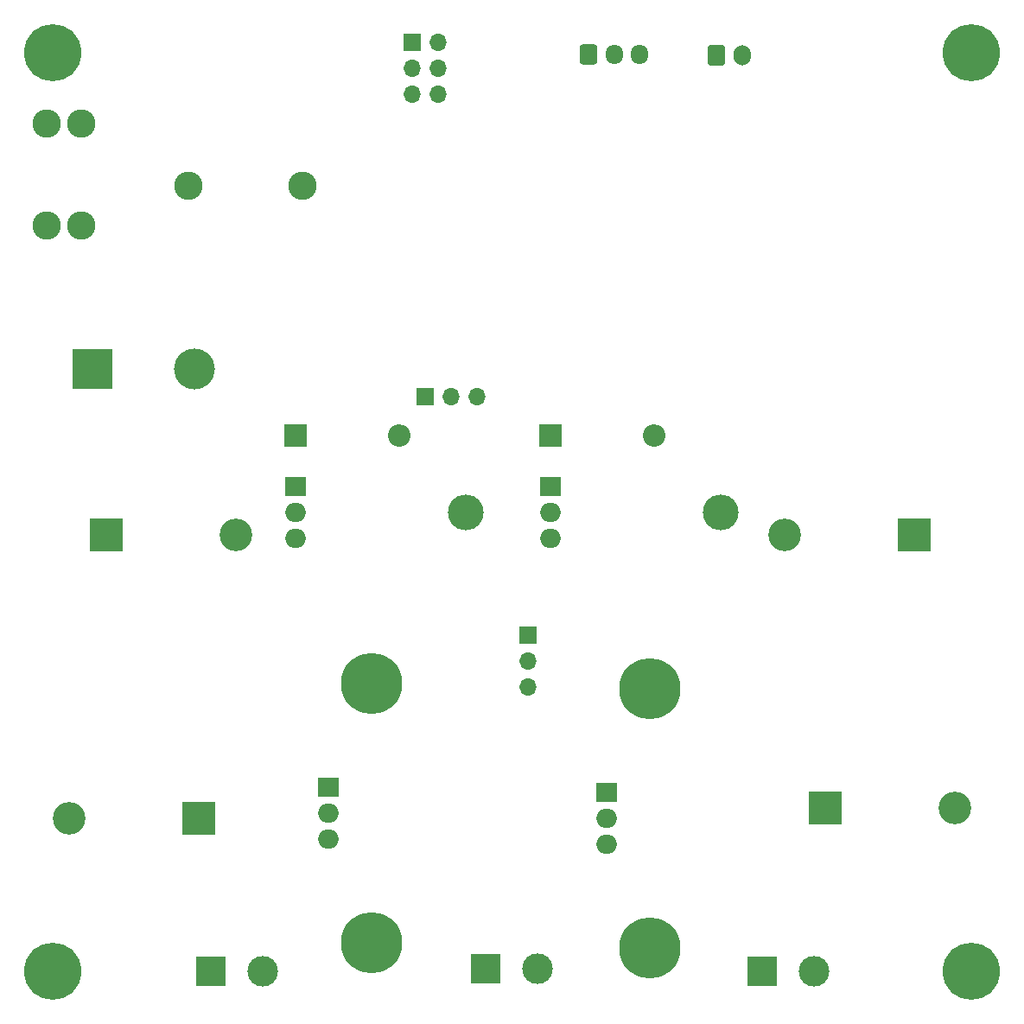
<source format=gbr>
%TF.GenerationSoftware,KiCad,Pcbnew,(6.0.6-1)-1*%
%TF.CreationDate,2022-07-21T21:53:33-04:00*%
%TF.ProjectId,iGEM,6947454d-2e6b-4696-9361-645f70636258,rev?*%
%TF.SameCoordinates,Original*%
%TF.FileFunction,Soldermask,Bot*%
%TF.FilePolarity,Negative*%
%FSLAX46Y46*%
G04 Gerber Fmt 4.6, Leading zero omitted, Abs format (unit mm)*
G04 Created by KiCad (PCBNEW (6.0.6-1)-1) date 2022-07-21 21:53:33*
%MOMM*%
%LPD*%
G01*
G04 APERTURE LIST*
G04 Aperture macros list*
%AMRoundRect*
0 Rectangle with rounded corners*
0 $1 Rounding radius*
0 $2 $3 $4 $5 $6 $7 $8 $9 X,Y pos of 4 corners*
0 Add a 4 corners polygon primitive as box body*
4,1,4,$2,$3,$4,$5,$6,$7,$8,$9,$2,$3,0*
0 Add four circle primitives for the rounded corners*
1,1,$1+$1,$2,$3*
1,1,$1+$1,$4,$5*
1,1,$1+$1,$6,$7*
1,1,$1+$1,$8,$9*
0 Add four rect primitives between the rounded corners*
20,1,$1+$1,$2,$3,$4,$5,0*
20,1,$1+$1,$4,$5,$6,$7,0*
20,1,$1+$1,$6,$7,$8,$9,0*
20,1,$1+$1,$8,$9,$2,$3,0*%
G04 Aperture macros list end*
%ADD10R,3.200000X3.200000*%
%ADD11O,3.200000X3.200000*%
%ADD12C,2.781000*%
%ADD13O,3.500000X3.500000*%
%ADD14R,2.000000X1.905000*%
%ADD15O,2.000000X1.905000*%
%ADD16C,5.600000*%
%ADD17R,1.700000X1.700000*%
%ADD18O,1.700000X1.700000*%
%ADD19R,2.200000X2.200000*%
%ADD20O,2.200000X2.200000*%
%ADD21C,2.780000*%
%ADD22R,3.000000X3.000000*%
%ADD23C,3.000000*%
%ADD24RoundRect,0.250000X-0.600000X-0.725000X0.600000X-0.725000X0.600000X0.725000X-0.600000X0.725000X0*%
%ADD25O,1.700000X1.950000*%
%ADD26RoundRect,0.250000X-0.600000X-0.750000X0.600000X-0.750000X0.600000X0.750000X-0.600000X0.750000X0*%
%ADD27O,1.700000X2.000000*%
%ADD28C,6.000000*%
%ADD29R,4.000000X4.000000*%
%ADD30C,4.000000*%
G04 APERTURE END LIST*
D10*
%TO.C,D2*%
X81250000Y-126000000D03*
D11*
X68550000Y-126000000D03*
%TD*%
D12*
%TO.C,J3*%
X80298000Y-64080000D03*
X91423000Y-64080000D03*
%TD*%
D13*
%TO.C,Q1*%
X107430000Y-96040000D03*
D14*
X90770000Y-93500000D03*
D15*
X90770000Y-96040000D03*
X90770000Y-98580000D03*
%TD*%
D16*
%TO.C,H1*%
X157000000Y-141000000D03*
%TD*%
%TO.C,H3*%
X157000000Y-51000000D03*
%TD*%
D10*
%TO.C,D3*%
X72250000Y-98250000D03*
D11*
X84950000Y-98250000D03*
%TD*%
D10*
%TO.C,D4*%
X151350000Y-98250000D03*
D11*
X138650000Y-98250000D03*
%TD*%
D17*
%TO.C,J2*%
X113500000Y-108100000D03*
D18*
X113500000Y-110640000D03*
X113500000Y-113180000D03*
%TD*%
D19*
%TO.C,D7*%
X115750000Y-88500000D03*
D20*
X125910000Y-88500000D03*
%TD*%
D16*
%TO.C,H2*%
X67000000Y-51000000D03*
%TD*%
D21*
%TO.C,F1*%
X66350000Y-58000000D03*
X69750000Y-58000000D03*
X69750000Y-67920000D03*
X66350000Y-67920000D03*
%TD*%
D14*
%TO.C,Q7*%
X121205000Y-123510000D03*
D15*
X121205000Y-126050000D03*
X121205000Y-128590000D03*
%TD*%
D22*
%TO.C,J1*%
X109420000Y-140750000D03*
D23*
X114500000Y-140750000D03*
%TD*%
D24*
%TO.C,J4*%
X119500000Y-51225000D03*
D25*
X122000000Y-51225000D03*
X124500000Y-51225000D03*
%TD*%
D14*
%TO.C,Q4*%
X94000000Y-123000000D03*
D15*
X94000000Y-125540000D03*
X94000000Y-128080000D03*
%TD*%
D16*
%TO.C,H4*%
X67000000Y-141000000D03*
%TD*%
D26*
%TO.C,M1*%
X132000000Y-51250000D03*
D27*
X134500000Y-51250000D03*
%TD*%
D17*
%TO.C,J5*%
X103475000Y-84750000D03*
D18*
X106015000Y-84750000D03*
X108555000Y-84750000D03*
%TD*%
D10*
%TO.C,D5*%
X142650000Y-125000000D03*
D11*
X155350000Y-125000000D03*
%TD*%
D13*
%TO.C,Q6*%
X132430000Y-96040000D03*
D14*
X115770000Y-93500000D03*
D15*
X115770000Y-96040000D03*
X115770000Y-98580000D03*
%TD*%
D28*
%TO.C,HS2*%
X125500000Y-113300000D03*
X125500000Y-138700000D03*
%TD*%
D19*
%TO.C,D1*%
X90750000Y-88500000D03*
D20*
X100910000Y-88500000D03*
%TD*%
D22*
%TO.C,R2*%
X82460000Y-141000000D03*
D23*
X87540000Y-141000000D03*
%TD*%
D29*
%TO.C,C9*%
X70842169Y-82000000D03*
D30*
X80842169Y-82000000D03*
%TD*%
D22*
%TO.C,R6*%
X136460000Y-141000000D03*
D23*
X141540000Y-141000000D03*
%TD*%
D28*
%TO.C,HS1*%
X98249999Y-112800000D03*
X98249999Y-138200000D03*
%TD*%
D17*
%TO.C,J6*%
X102225000Y-49975000D03*
D18*
X104765000Y-49975000D03*
X102225000Y-52515000D03*
X104765000Y-52515000D03*
X102225000Y-55055000D03*
X104765000Y-55055000D03*
%TD*%
M02*

</source>
